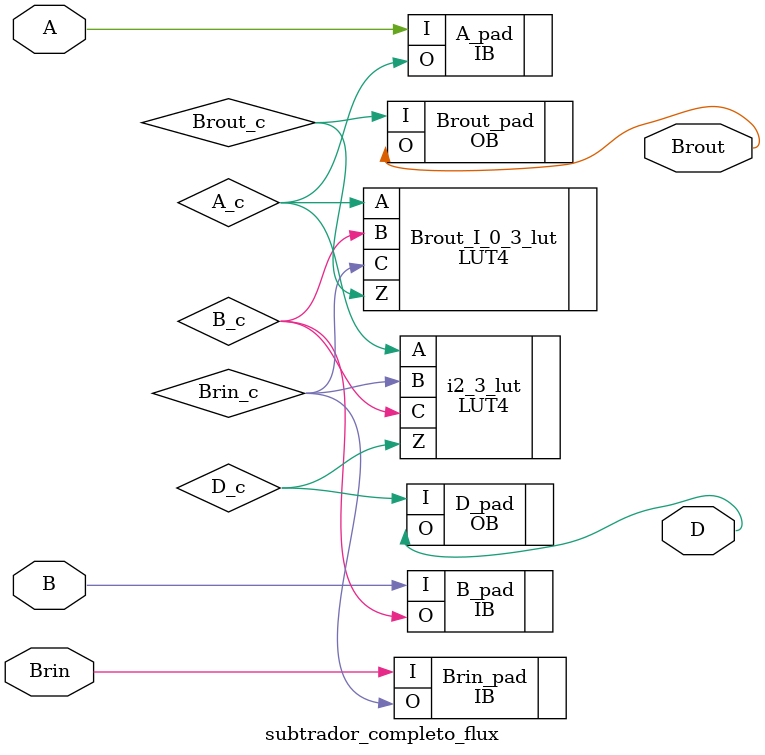
<source format=v>

module subtrador_completo_flux (A, B, Brin, D, Brout) /* synthesis syn_module_defined=1 */ ;   // d:/rtl_fpga/verilog/aula22_subtrator/subtrador_completo_flux.v(1[8:31])
    input A;   // d:/rtl_fpga/verilog/aula22_subtrator/subtrador_completo_flux.v(2[8:9])
    input B;   // d:/rtl_fpga/verilog/aula22_subtrator/subtrador_completo_flux.v(2[10:11])
    input Brin;   // d:/rtl_fpga/verilog/aula22_subtrator/subtrador_completo_flux.v(2[13:17])
    output D;   // d:/rtl_fpga/verilog/aula22_subtrator/subtrador_completo_flux.v(3[9:10])
    output Brout;   // d:/rtl_fpga/verilog/aula22_subtrator/subtrador_completo_flux.v(3[11:16])
    
    
    wire A_c, B_c, Brin_c, D_c, Brout_c, GND_net, VCC_net;
    
    LUT4 Brout_I_0_3_lut (.A(A_c), .B(B_c), .C(Brin_c), .Z(Brout_c)) /* synthesis lut_function=(A (B (C))+!A (B+(C))) */ ;   // d:/rtl_fpga/verilog/aula22_subtrator/subtrador_completo_flux.v(8[16:44])
    defparam Brout_I_0_3_lut.init = 16'hd4d4;
    VLO i42 (.Z(GND_net));
    OB D_pad (.I(D_c), .O(D));   // d:/rtl_fpga/verilog/aula22_subtrator/subtrador_completo_flux.v(3[9:10])
    OB Brout_pad (.I(Brout_c), .O(Brout));   // d:/rtl_fpga/verilog/aula22_subtrator/subtrador_completo_flux.v(3[11:16])
    IB A_pad (.I(A), .O(A_c));   // d:/rtl_fpga/verilog/aula22_subtrator/subtrador_completo_flux.v(2[8:9])
    IB B_pad (.I(B), .O(B_c));   // d:/rtl_fpga/verilog/aula22_subtrator/subtrador_completo_flux.v(2[10:11])
    IB Brin_pad (.I(Brin), .O(Brin_c));   // d:/rtl_fpga/verilog/aula22_subtrator/subtrador_completo_flux.v(2[13:17])
    GSR GSR_INST (.GSR(VCC_net));
    PUR PUR_INST (.PUR(VCC_net));
    defparam PUR_INST.RST_PULSE = 1;
    LUT4 i2_3_lut (.A(A_c), .B(Brin_c), .C(B_c), .Z(D_c)) /* synthesis lut_function=(A (B (C)+!B !(C))+!A !(B (C)+!B !(C))) */ ;   // d:/rtl_fpga/verilog/aula22_subtrator/subtrador_completo_flux.v(7[12:23])
    defparam i2_3_lut.init = 16'h9696;
    VHI i43 (.Z(VCC_net));
    
endmodule
//
// Verilog Description of module PUR
// module not written out since it is a black-box. 
//


</source>
